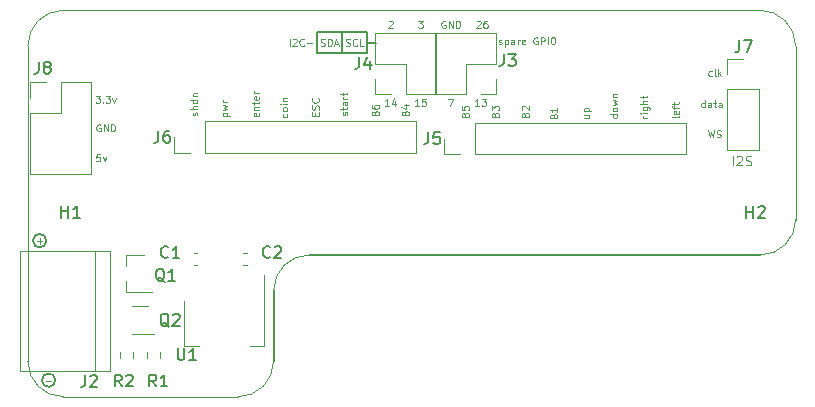
<source format=gbr>
G04 #@! TF.GenerationSoftware,KiCad,Pcbnew,(6.0.1)*
G04 #@! TF.CreationDate,2022-12-09T16:57:18+00:00*
G04 #@! TF.ProjectId,retropie-hat-2L,72657472-6f70-4696-952d-6861742d324c,rev?*
G04 #@! TF.SameCoordinates,Original*
G04 #@! TF.FileFunction,Legend,Top*
G04 #@! TF.FilePolarity,Positive*
%FSLAX46Y46*%
G04 Gerber Fmt 4.6, Leading zero omitted, Abs format (unit mm)*
G04 Created by KiCad (PCBNEW (6.0.1)) date 2022-12-09 16:57:18*
%MOMM*%
%LPD*%
G01*
G04 APERTURE LIST*
%ADD10C,0.150000*%
G04 #@! TA.AperFunction,Profile*
%ADD11C,0.100000*%
G04 #@! TD*
G04 #@! TA.AperFunction,Profile*
%ADD12C,0.150000*%
G04 #@! TD*
%ADD13C,0.090000*%
%ADD14C,0.100000*%
%ADD15C,0.120000*%
G04 APERTURE END LIST*
D10*
X107188000Y-50038000D02*
X107950000Y-50038000D01*
X102997000Y-49149000D02*
X107188000Y-49149000D01*
X107188000Y-49149000D02*
X107188000Y-50927000D01*
X107188000Y-50927000D02*
X102997000Y-50927000D01*
X102997000Y-50927000D02*
X102997000Y-49149000D01*
X80831961Y-78613000D02*
G75*
G03*
X80831961Y-78613000I-567961J0D01*
G01*
X105092500Y-49149000D02*
X105092500Y-50927000D01*
X80069961Y-66802000D02*
G75*
G03*
X80069961Y-66802000I-567961J0D01*
G01*
D11*
X143510000Y-65024000D02*
X143499680Y-50291999D01*
X78499680Y-50291999D02*
X78499680Y-77013320D01*
D12*
X99314000Y-77018556D02*
X99314000Y-71013528D01*
D11*
X96314005Y-80013321D02*
G75*
G03*
X99314000Y-77018556I-2J3000002D01*
G01*
X140499680Y-47291999D02*
X81499680Y-47291999D01*
X81499680Y-80013320D02*
X96314005Y-80013320D01*
X102313995Y-68018763D02*
G75*
G03*
X99314000Y-71013528I2J-3000002D01*
G01*
D12*
X140510005Y-68018764D02*
X102313995Y-68018764D01*
D11*
X143499680Y-50291999D02*
G75*
G03*
X140499680Y-47291999I-3000001J-1D01*
G01*
X81499680Y-47291999D02*
G75*
G03*
X78499680Y-50291999I1J-3000001D01*
G01*
X140510005Y-68018765D02*
G75*
G03*
X143510000Y-65024000I-2J3000002D01*
G01*
X78499680Y-77013320D02*
G75*
G03*
X81499680Y-80013320I3000001J1D01*
G01*
D13*
X118067142Y-56122857D02*
X118095714Y-56037142D01*
X118124285Y-56008571D01*
X118181428Y-55980000D01*
X118267142Y-55980000D01*
X118324285Y-56008571D01*
X118352857Y-56037142D01*
X118381428Y-56094285D01*
X118381428Y-56322857D01*
X117781428Y-56322857D01*
X117781428Y-56122857D01*
X117810000Y-56065714D01*
X117838571Y-56037142D01*
X117895714Y-56008571D01*
X117952857Y-56008571D01*
X118010000Y-56037142D01*
X118038571Y-56065714D01*
X118067142Y-56122857D01*
X118067142Y-56322857D01*
X117781428Y-55780000D02*
X117781428Y-55408571D01*
X118010000Y-55608571D01*
X118010000Y-55522857D01*
X118038571Y-55465714D01*
X118067142Y-55437142D01*
X118124285Y-55408571D01*
X118267142Y-55408571D01*
X118324285Y-55437142D01*
X118352857Y-55465714D01*
X118381428Y-55522857D01*
X118381428Y-55694285D01*
X118352857Y-55751428D01*
X118324285Y-55780000D01*
X116509857Y-48242571D02*
X116538428Y-48214000D01*
X116595571Y-48185428D01*
X116738428Y-48185428D01*
X116795571Y-48214000D01*
X116824142Y-48242571D01*
X116852714Y-48299714D01*
X116852714Y-48356857D01*
X116824142Y-48442571D01*
X116481285Y-48785428D01*
X116852714Y-48785428D01*
X117367000Y-48185428D02*
X117252714Y-48185428D01*
X117195571Y-48214000D01*
X117167000Y-48242571D01*
X117109857Y-48328285D01*
X117081285Y-48442571D01*
X117081285Y-48671142D01*
X117109857Y-48728285D01*
X117138428Y-48756857D01*
X117195571Y-48785428D01*
X117309857Y-48785428D01*
X117367000Y-48756857D01*
X117395571Y-48728285D01*
X117424142Y-48671142D01*
X117424142Y-48528285D01*
X117395571Y-48471142D01*
X117367000Y-48442571D01*
X117309857Y-48414000D01*
X117195571Y-48414000D01*
X117138428Y-48442571D01*
X117109857Y-48471142D01*
X117081285Y-48528285D01*
X109048571Y-48242571D02*
X109077142Y-48214000D01*
X109134285Y-48185428D01*
X109277142Y-48185428D01*
X109334285Y-48214000D01*
X109362857Y-48242571D01*
X109391428Y-48299714D01*
X109391428Y-48356857D01*
X109362857Y-48442571D01*
X109020000Y-48785428D01*
X109391428Y-48785428D01*
X115527142Y-56122857D02*
X115555714Y-56037142D01*
X115584285Y-56008571D01*
X115641428Y-55980000D01*
X115727142Y-55980000D01*
X115784285Y-56008571D01*
X115812857Y-56037142D01*
X115841428Y-56094285D01*
X115841428Y-56322857D01*
X115241428Y-56322857D01*
X115241428Y-56122857D01*
X115270000Y-56065714D01*
X115298571Y-56037142D01*
X115355714Y-56008571D01*
X115412857Y-56008571D01*
X115470000Y-56037142D01*
X115498571Y-56065714D01*
X115527142Y-56122857D01*
X115527142Y-56322857D01*
X115241428Y-55437142D02*
X115241428Y-55722857D01*
X115527142Y-55751428D01*
X115498571Y-55722857D01*
X115470000Y-55665714D01*
X115470000Y-55522857D01*
X115498571Y-55465714D01*
X115527142Y-55437142D01*
X115584285Y-55408571D01*
X115727142Y-55408571D01*
X115784285Y-55437142D01*
X115812857Y-55465714D01*
X115841428Y-55522857D01*
X115841428Y-55665714D01*
X115812857Y-55722857D01*
X115784285Y-55751428D01*
X113842857Y-48214000D02*
X113785714Y-48185428D01*
X113700000Y-48185428D01*
X113614285Y-48214000D01*
X113557142Y-48271142D01*
X113528571Y-48328285D01*
X113500000Y-48442571D01*
X113500000Y-48528285D01*
X113528571Y-48642571D01*
X113557142Y-48699714D01*
X113614285Y-48756857D01*
X113700000Y-48785428D01*
X113757142Y-48785428D01*
X113842857Y-48756857D01*
X113871428Y-48728285D01*
X113871428Y-48528285D01*
X113757142Y-48528285D01*
X114128571Y-48785428D02*
X114128571Y-48185428D01*
X114471428Y-48785428D01*
X114471428Y-48185428D01*
X114757142Y-48785428D02*
X114757142Y-48185428D01*
X114900000Y-48185428D01*
X114985714Y-48214000D01*
X115042857Y-48271142D01*
X115071428Y-48328285D01*
X115100000Y-48442571D01*
X115100000Y-48528285D01*
X115071428Y-48642571D01*
X115042857Y-48699714D01*
X114985714Y-48756857D01*
X114900000Y-48785428D01*
X114757142Y-48785428D01*
X135812285Y-55516428D02*
X135812285Y-54916428D01*
X135812285Y-55487857D02*
X135755142Y-55516428D01*
X135640857Y-55516428D01*
X135583714Y-55487857D01*
X135555142Y-55459285D01*
X135526571Y-55402142D01*
X135526571Y-55230714D01*
X135555142Y-55173571D01*
X135583714Y-55145000D01*
X135640857Y-55116428D01*
X135755142Y-55116428D01*
X135812285Y-55145000D01*
X136355142Y-55516428D02*
X136355142Y-55202142D01*
X136326571Y-55145000D01*
X136269428Y-55116428D01*
X136155142Y-55116428D01*
X136098000Y-55145000D01*
X136355142Y-55487857D02*
X136298000Y-55516428D01*
X136155142Y-55516428D01*
X136098000Y-55487857D01*
X136069428Y-55430714D01*
X136069428Y-55373571D01*
X136098000Y-55316428D01*
X136155142Y-55287857D01*
X136298000Y-55287857D01*
X136355142Y-55259285D01*
X136555142Y-55116428D02*
X136783714Y-55116428D01*
X136640857Y-54916428D02*
X136640857Y-55430714D01*
X136669428Y-55487857D01*
X136726571Y-55516428D01*
X136783714Y-55516428D01*
X137240857Y-55516428D02*
X137240857Y-55202142D01*
X137212285Y-55145000D01*
X137155142Y-55116428D01*
X137040857Y-55116428D01*
X136983714Y-55145000D01*
X137240857Y-55487857D02*
X137183714Y-55516428D01*
X137040857Y-55516428D01*
X136983714Y-55487857D01*
X136955142Y-55430714D01*
X136955142Y-55373571D01*
X136983714Y-55316428D01*
X137040857Y-55287857D01*
X137183714Y-55287857D01*
X137240857Y-55259285D01*
X107907142Y-55995857D02*
X107935714Y-55910142D01*
X107964285Y-55881571D01*
X108021428Y-55853000D01*
X108107142Y-55853000D01*
X108164285Y-55881571D01*
X108192857Y-55910142D01*
X108221428Y-55967285D01*
X108221428Y-56195857D01*
X107621428Y-56195857D01*
X107621428Y-55995857D01*
X107650000Y-55938714D01*
X107678571Y-55910142D01*
X107735714Y-55881571D01*
X107792857Y-55881571D01*
X107850000Y-55910142D01*
X107878571Y-55938714D01*
X107907142Y-55995857D01*
X107907142Y-56195857D01*
X107621428Y-55338714D02*
X107621428Y-55453000D01*
X107650000Y-55510142D01*
X107678571Y-55538714D01*
X107764285Y-55595857D01*
X107878571Y-55624428D01*
X108107142Y-55624428D01*
X108164285Y-55595857D01*
X108192857Y-55567285D01*
X108221428Y-55510142D01*
X108221428Y-55395857D01*
X108192857Y-55338714D01*
X108164285Y-55310142D01*
X108107142Y-55281571D01*
X107964285Y-55281571D01*
X107907142Y-55310142D01*
X107878571Y-55338714D01*
X107850000Y-55395857D01*
X107850000Y-55510142D01*
X107878571Y-55567285D01*
X107907142Y-55595857D01*
X107964285Y-55624428D01*
X136394857Y-52820857D02*
X136337714Y-52849428D01*
X136223428Y-52849428D01*
X136166285Y-52820857D01*
X136137714Y-52792285D01*
X136109142Y-52735142D01*
X136109142Y-52563714D01*
X136137714Y-52506571D01*
X136166285Y-52478000D01*
X136223428Y-52449428D01*
X136337714Y-52449428D01*
X136394857Y-52478000D01*
X136737714Y-52849428D02*
X136680571Y-52820857D01*
X136652000Y-52763714D01*
X136652000Y-52249428D01*
X136966285Y-52849428D02*
X136966285Y-52249428D01*
X137023428Y-52620857D02*
X137194857Y-52849428D01*
X137194857Y-52449428D02*
X136966285Y-52678000D01*
X125601428Y-56149857D02*
X126001428Y-56149857D01*
X125601428Y-56407000D02*
X125915714Y-56407000D01*
X125972857Y-56378428D01*
X126001428Y-56321285D01*
X126001428Y-56235571D01*
X125972857Y-56178428D01*
X125944285Y-56149857D01*
X125601428Y-55864142D02*
X126201428Y-55864142D01*
X125630000Y-55864142D02*
X125601428Y-55807000D01*
X125601428Y-55692714D01*
X125630000Y-55635571D01*
X125658571Y-55607000D01*
X125715714Y-55578428D01*
X125887142Y-55578428D01*
X125944285Y-55607000D01*
X125972857Y-55635571D01*
X126001428Y-55692714D01*
X126001428Y-55807000D01*
X125972857Y-55864142D01*
X111560000Y-48185428D02*
X111931428Y-48185428D01*
X111731428Y-48414000D01*
X111817142Y-48414000D01*
X111874285Y-48442571D01*
X111902857Y-48471142D01*
X111931428Y-48528285D01*
X111931428Y-48671142D01*
X111902857Y-48728285D01*
X111874285Y-48756857D01*
X111817142Y-48785428D01*
X111645714Y-48785428D01*
X111588571Y-48756857D01*
X111560000Y-48728285D01*
X92825857Y-56187857D02*
X92854428Y-56130714D01*
X92854428Y-56016428D01*
X92825857Y-55959285D01*
X92768714Y-55930714D01*
X92740142Y-55930714D01*
X92683000Y-55959285D01*
X92654428Y-56016428D01*
X92654428Y-56102142D01*
X92625857Y-56159285D01*
X92568714Y-56187857D01*
X92540142Y-56187857D01*
X92483000Y-56159285D01*
X92454428Y-56102142D01*
X92454428Y-56016428D01*
X92483000Y-55959285D01*
X92854428Y-55673571D02*
X92254428Y-55673571D01*
X92854428Y-55416428D02*
X92540142Y-55416428D01*
X92483000Y-55445000D01*
X92454428Y-55502142D01*
X92454428Y-55587857D01*
X92483000Y-55645000D01*
X92511571Y-55673571D01*
X92854428Y-54873571D02*
X92254428Y-54873571D01*
X92825857Y-54873571D02*
X92854428Y-54930714D01*
X92854428Y-55045000D01*
X92825857Y-55102142D01*
X92797285Y-55130714D01*
X92740142Y-55159285D01*
X92568714Y-55159285D01*
X92511571Y-55130714D01*
X92483000Y-55102142D01*
X92454428Y-55045000D01*
X92454428Y-54930714D01*
X92483000Y-54873571D01*
X92454428Y-54587857D02*
X92854428Y-54587857D01*
X92511571Y-54587857D02*
X92483000Y-54559285D01*
X92454428Y-54502142D01*
X92454428Y-54416428D01*
X92483000Y-54359285D01*
X92540142Y-54330714D01*
X92854428Y-54330714D01*
X136109142Y-57456428D02*
X136252000Y-58056428D01*
X136366285Y-57627857D01*
X136480571Y-58056428D01*
X136623428Y-57456428D01*
X136823428Y-58027857D02*
X136909142Y-58056428D01*
X137052000Y-58056428D01*
X137109142Y-58027857D01*
X137137714Y-57999285D01*
X137166285Y-57942142D01*
X137166285Y-57885000D01*
X137137714Y-57827857D01*
X137109142Y-57799285D01*
X137052000Y-57770714D01*
X136937714Y-57742142D01*
X136880571Y-57713571D01*
X136852000Y-57685000D01*
X136823428Y-57627857D01*
X136823428Y-57570714D01*
X136852000Y-57513571D01*
X136880571Y-57485000D01*
X136937714Y-57456428D01*
X137080571Y-57456428D01*
X137166285Y-57485000D01*
X120607142Y-56122857D02*
X120635714Y-56037142D01*
X120664285Y-56008571D01*
X120721428Y-55980000D01*
X120807142Y-55980000D01*
X120864285Y-56008571D01*
X120892857Y-56037142D01*
X120921428Y-56094285D01*
X120921428Y-56322857D01*
X120321428Y-56322857D01*
X120321428Y-56122857D01*
X120350000Y-56065714D01*
X120378571Y-56037142D01*
X120435714Y-56008571D01*
X120492857Y-56008571D01*
X120550000Y-56037142D01*
X120578571Y-56065714D01*
X120607142Y-56122857D01*
X120607142Y-56322857D01*
X120378571Y-55751428D02*
X120350000Y-55722857D01*
X120321428Y-55665714D01*
X120321428Y-55522857D01*
X120350000Y-55465714D01*
X120378571Y-55437142D01*
X120435714Y-55408571D01*
X120492857Y-55408571D01*
X120578571Y-55437142D01*
X120921428Y-55780000D01*
X120921428Y-55408571D01*
X102827142Y-56213285D02*
X102827142Y-56013285D01*
X103141428Y-55927571D02*
X103141428Y-56213285D01*
X102541428Y-56213285D01*
X102541428Y-55927571D01*
X103112857Y-55699000D02*
X103141428Y-55613285D01*
X103141428Y-55470428D01*
X103112857Y-55413285D01*
X103084285Y-55384714D01*
X103027142Y-55356142D01*
X102970000Y-55356142D01*
X102912857Y-55384714D01*
X102884285Y-55413285D01*
X102855714Y-55470428D01*
X102827142Y-55584714D01*
X102798571Y-55641857D01*
X102770000Y-55670428D01*
X102712857Y-55699000D01*
X102655714Y-55699000D01*
X102598571Y-55670428D01*
X102570000Y-55641857D01*
X102541428Y-55584714D01*
X102541428Y-55441857D01*
X102570000Y-55356142D01*
X103084285Y-54756142D02*
X103112857Y-54784714D01*
X103141428Y-54870428D01*
X103141428Y-54927571D01*
X103112857Y-55013285D01*
X103055714Y-55070428D01*
X102998571Y-55099000D01*
X102884285Y-55127571D01*
X102798571Y-55127571D01*
X102684285Y-55099000D01*
X102627142Y-55070428D01*
X102570000Y-55013285D01*
X102541428Y-54927571D01*
X102541428Y-54870428D01*
X102570000Y-54784714D01*
X102598571Y-54756142D01*
X84232857Y-54535428D02*
X84604285Y-54535428D01*
X84404285Y-54764000D01*
X84490000Y-54764000D01*
X84547142Y-54792571D01*
X84575714Y-54821142D01*
X84604285Y-54878285D01*
X84604285Y-55021142D01*
X84575714Y-55078285D01*
X84547142Y-55106857D01*
X84490000Y-55135428D01*
X84318571Y-55135428D01*
X84261428Y-55106857D01*
X84232857Y-55078285D01*
X84861428Y-55078285D02*
X84890000Y-55106857D01*
X84861428Y-55135428D01*
X84832857Y-55106857D01*
X84861428Y-55078285D01*
X84861428Y-55135428D01*
X85090000Y-54535428D02*
X85461428Y-54535428D01*
X85261428Y-54764000D01*
X85347142Y-54764000D01*
X85404285Y-54792571D01*
X85432857Y-54821142D01*
X85461428Y-54878285D01*
X85461428Y-55021142D01*
X85432857Y-55078285D01*
X85404285Y-55106857D01*
X85347142Y-55135428D01*
X85175714Y-55135428D01*
X85118571Y-55106857D01*
X85090000Y-55078285D01*
X85661428Y-54735428D02*
X85804285Y-55135428D01*
X85947142Y-54735428D01*
X100673285Y-50309428D02*
X100673285Y-49709428D01*
X100930428Y-49766571D02*
X100959000Y-49738000D01*
X101016142Y-49709428D01*
X101159000Y-49709428D01*
X101216142Y-49738000D01*
X101244714Y-49766571D01*
X101273285Y-49823714D01*
X101273285Y-49880857D01*
X101244714Y-49966571D01*
X100901857Y-50309428D01*
X101273285Y-50309428D01*
X101873285Y-50252285D02*
X101844714Y-50280857D01*
X101759000Y-50309428D01*
X101701857Y-50309428D01*
X101616142Y-50280857D01*
X101559000Y-50223714D01*
X101530428Y-50166571D01*
X101501857Y-50052285D01*
X101501857Y-49966571D01*
X101530428Y-49852285D01*
X101559000Y-49795142D01*
X101616142Y-49738000D01*
X101701857Y-49709428D01*
X101759000Y-49709428D01*
X101844714Y-49738000D01*
X101873285Y-49766571D01*
X102130428Y-50080857D02*
X102587571Y-50080857D01*
X103301857Y-50280857D02*
X103387571Y-50309428D01*
X103530428Y-50309428D01*
X103587571Y-50280857D01*
X103616142Y-50252285D01*
X103644714Y-50195142D01*
X103644714Y-50138000D01*
X103616142Y-50080857D01*
X103587571Y-50052285D01*
X103530428Y-50023714D01*
X103416142Y-49995142D01*
X103359000Y-49966571D01*
X103330428Y-49938000D01*
X103301857Y-49880857D01*
X103301857Y-49823714D01*
X103330428Y-49766571D01*
X103359000Y-49738000D01*
X103416142Y-49709428D01*
X103559000Y-49709428D01*
X103644714Y-49738000D01*
X103901857Y-50309428D02*
X103901857Y-49709428D01*
X104044714Y-49709428D01*
X104130428Y-49738000D01*
X104187571Y-49795142D01*
X104216142Y-49852285D01*
X104244714Y-49966571D01*
X104244714Y-50052285D01*
X104216142Y-50166571D01*
X104187571Y-50223714D01*
X104130428Y-50280857D01*
X104044714Y-50309428D01*
X103901857Y-50309428D01*
X104473285Y-50138000D02*
X104759000Y-50138000D01*
X104416142Y-50309428D02*
X104616142Y-49709428D01*
X104816142Y-50309428D01*
X105444714Y-50280857D02*
X105530428Y-50309428D01*
X105673285Y-50309428D01*
X105730428Y-50280857D01*
X105759000Y-50252285D01*
X105787571Y-50195142D01*
X105787571Y-50138000D01*
X105759000Y-50080857D01*
X105730428Y-50052285D01*
X105673285Y-50023714D01*
X105559000Y-49995142D01*
X105501857Y-49966571D01*
X105473285Y-49938000D01*
X105444714Y-49880857D01*
X105444714Y-49823714D01*
X105473285Y-49766571D01*
X105501857Y-49738000D01*
X105559000Y-49709428D01*
X105701857Y-49709428D01*
X105787571Y-49738000D01*
X106387571Y-50252285D02*
X106359000Y-50280857D01*
X106273285Y-50309428D01*
X106216142Y-50309428D01*
X106130428Y-50280857D01*
X106073285Y-50223714D01*
X106044714Y-50166571D01*
X106016142Y-50052285D01*
X106016142Y-49966571D01*
X106044714Y-49852285D01*
X106073285Y-49795142D01*
X106130428Y-49738000D01*
X106216142Y-49709428D01*
X106273285Y-49709428D01*
X106359000Y-49738000D01*
X106387571Y-49766571D01*
X106930428Y-50309428D02*
X106644714Y-50309428D01*
X106644714Y-49709428D01*
X111645714Y-55389428D02*
X111302857Y-55389428D01*
X111474285Y-55389428D02*
X111474285Y-54789428D01*
X111417142Y-54875142D01*
X111360000Y-54932285D01*
X111302857Y-54960857D01*
X112188571Y-54789428D02*
X111902857Y-54789428D01*
X111874285Y-55075142D01*
X111902857Y-55046571D01*
X111960000Y-55018000D01*
X112102857Y-55018000D01*
X112160000Y-55046571D01*
X112188571Y-55075142D01*
X112217142Y-55132285D01*
X112217142Y-55275142D01*
X112188571Y-55332285D01*
X112160000Y-55360857D01*
X112102857Y-55389428D01*
X111960000Y-55389428D01*
X111902857Y-55360857D01*
X111874285Y-55332285D01*
X79273428Y-66844857D02*
X79730571Y-66844857D01*
X79502000Y-67073428D02*
X79502000Y-66616285D01*
X118377000Y-50153857D02*
X118434142Y-50182428D01*
X118548428Y-50182428D01*
X118605571Y-50153857D01*
X118634142Y-50096714D01*
X118634142Y-50068142D01*
X118605571Y-50011000D01*
X118548428Y-49982428D01*
X118462714Y-49982428D01*
X118405571Y-49953857D01*
X118377000Y-49896714D01*
X118377000Y-49868142D01*
X118405571Y-49811000D01*
X118462714Y-49782428D01*
X118548428Y-49782428D01*
X118605571Y-49811000D01*
X118891285Y-49782428D02*
X118891285Y-50382428D01*
X118891285Y-49811000D02*
X118948428Y-49782428D01*
X119062714Y-49782428D01*
X119119857Y-49811000D01*
X119148428Y-49839571D01*
X119177000Y-49896714D01*
X119177000Y-50068142D01*
X119148428Y-50125285D01*
X119119857Y-50153857D01*
X119062714Y-50182428D01*
X118948428Y-50182428D01*
X118891285Y-50153857D01*
X119691285Y-50182428D02*
X119691285Y-49868142D01*
X119662714Y-49811000D01*
X119605571Y-49782428D01*
X119491285Y-49782428D01*
X119434142Y-49811000D01*
X119691285Y-50153857D02*
X119634142Y-50182428D01*
X119491285Y-50182428D01*
X119434142Y-50153857D01*
X119405571Y-50096714D01*
X119405571Y-50039571D01*
X119434142Y-49982428D01*
X119491285Y-49953857D01*
X119634142Y-49953857D01*
X119691285Y-49925285D01*
X119977000Y-50182428D02*
X119977000Y-49782428D01*
X119977000Y-49896714D02*
X120005571Y-49839571D01*
X120034142Y-49811000D01*
X120091285Y-49782428D01*
X120148428Y-49782428D01*
X120577000Y-50153857D02*
X120519857Y-50182428D01*
X120405571Y-50182428D01*
X120348428Y-50153857D01*
X120319857Y-50096714D01*
X120319857Y-49868142D01*
X120348428Y-49811000D01*
X120405571Y-49782428D01*
X120519857Y-49782428D01*
X120577000Y-49811000D01*
X120605571Y-49868142D01*
X120605571Y-49925285D01*
X120319857Y-49982428D01*
X121634142Y-49611000D02*
X121577000Y-49582428D01*
X121491285Y-49582428D01*
X121405571Y-49611000D01*
X121348428Y-49668142D01*
X121319857Y-49725285D01*
X121291285Y-49839571D01*
X121291285Y-49925285D01*
X121319857Y-50039571D01*
X121348428Y-50096714D01*
X121405571Y-50153857D01*
X121491285Y-50182428D01*
X121548428Y-50182428D01*
X121634142Y-50153857D01*
X121662714Y-50125285D01*
X121662714Y-49925285D01*
X121548428Y-49925285D01*
X121919857Y-50182428D02*
X121919857Y-49582428D01*
X122148428Y-49582428D01*
X122205571Y-49611000D01*
X122234142Y-49639571D01*
X122262714Y-49696714D01*
X122262714Y-49782428D01*
X122234142Y-49839571D01*
X122205571Y-49868142D01*
X122148428Y-49896714D01*
X121919857Y-49896714D01*
X122519857Y-50182428D02*
X122519857Y-49582428D01*
X122919857Y-49582428D02*
X123034142Y-49582428D01*
X123091285Y-49611000D01*
X123148428Y-49668142D01*
X123177000Y-49782428D01*
X123177000Y-49982428D01*
X123148428Y-50096714D01*
X123091285Y-50153857D01*
X123034142Y-50182428D01*
X122919857Y-50182428D01*
X122862714Y-50153857D01*
X122805571Y-50096714D01*
X122777000Y-49982428D01*
X122777000Y-49782428D01*
X122805571Y-49668142D01*
X122862714Y-49611000D01*
X122919857Y-49582428D01*
X84623285Y-59488428D02*
X84337571Y-59488428D01*
X84309000Y-59774142D01*
X84337571Y-59745571D01*
X84394714Y-59717000D01*
X84537571Y-59717000D01*
X84594714Y-59745571D01*
X84623285Y-59774142D01*
X84651857Y-59831285D01*
X84651857Y-59974142D01*
X84623285Y-60031285D01*
X84594714Y-60059857D01*
X84537571Y-60088428D01*
X84394714Y-60088428D01*
X84337571Y-60059857D01*
X84309000Y-60031285D01*
X84851857Y-59688428D02*
X84994714Y-60088428D01*
X85137571Y-59688428D01*
X110447142Y-55995857D02*
X110475714Y-55910142D01*
X110504285Y-55881571D01*
X110561428Y-55853000D01*
X110647142Y-55853000D01*
X110704285Y-55881571D01*
X110732857Y-55910142D01*
X110761428Y-55967285D01*
X110761428Y-56195857D01*
X110161428Y-56195857D01*
X110161428Y-55995857D01*
X110190000Y-55938714D01*
X110218571Y-55910142D01*
X110275714Y-55881571D01*
X110332857Y-55881571D01*
X110390000Y-55910142D01*
X110418571Y-55938714D01*
X110447142Y-55995857D01*
X110447142Y-56195857D01*
X110361428Y-55338714D02*
X110761428Y-55338714D01*
X110132857Y-55481571D02*
X110561428Y-55624428D01*
X110561428Y-55253000D01*
X84632857Y-56977000D02*
X84575714Y-56948428D01*
X84490000Y-56948428D01*
X84404285Y-56977000D01*
X84347142Y-57034142D01*
X84318571Y-57091285D01*
X84290000Y-57205571D01*
X84290000Y-57291285D01*
X84318571Y-57405571D01*
X84347142Y-57462714D01*
X84404285Y-57519857D01*
X84490000Y-57548428D01*
X84547142Y-57548428D01*
X84632857Y-57519857D01*
X84661428Y-57491285D01*
X84661428Y-57291285D01*
X84547142Y-57291285D01*
X84918571Y-57548428D02*
X84918571Y-56948428D01*
X85261428Y-57548428D01*
X85261428Y-56948428D01*
X85547142Y-57548428D02*
X85547142Y-56948428D01*
X85690000Y-56948428D01*
X85775714Y-56977000D01*
X85832857Y-57034142D01*
X85861428Y-57091285D01*
X85890000Y-57205571D01*
X85890000Y-57291285D01*
X85861428Y-57405571D01*
X85832857Y-57462714D01*
X85775714Y-57519857D01*
X85690000Y-57548428D01*
X85547142Y-57548428D01*
X80035428Y-78655857D02*
X80492571Y-78655857D01*
X123020142Y-56249857D02*
X123048714Y-56164142D01*
X123077285Y-56135571D01*
X123134428Y-56107000D01*
X123220142Y-56107000D01*
X123277285Y-56135571D01*
X123305857Y-56164142D01*
X123334428Y-56221285D01*
X123334428Y-56449857D01*
X122734428Y-56449857D01*
X122734428Y-56249857D01*
X122763000Y-56192714D01*
X122791571Y-56164142D01*
X122848714Y-56135571D01*
X122905857Y-56135571D01*
X122963000Y-56164142D01*
X122991571Y-56192714D01*
X123020142Y-56249857D01*
X123020142Y-56449857D01*
X123334428Y-55535571D02*
X123334428Y-55878428D01*
X123334428Y-55707000D02*
X122734428Y-55707000D01*
X122820142Y-55764142D01*
X122877285Y-55821285D01*
X122905857Y-55878428D01*
X114100000Y-54789428D02*
X114500000Y-54789428D01*
X114242857Y-55389428D01*
D14*
X138176095Y-60432904D02*
X138176095Y-59632904D01*
X138518952Y-59709095D02*
X138557047Y-59671000D01*
X138633238Y-59632904D01*
X138823714Y-59632904D01*
X138899904Y-59671000D01*
X138938000Y-59709095D01*
X138976095Y-59785285D01*
X138976095Y-59861476D01*
X138938000Y-59975761D01*
X138480857Y-60432904D01*
X138976095Y-60432904D01*
X139280857Y-60394809D02*
X139395142Y-60432904D01*
X139585619Y-60432904D01*
X139661809Y-60394809D01*
X139699904Y-60356714D01*
X139738000Y-60280523D01*
X139738000Y-60204333D01*
X139699904Y-60128142D01*
X139661809Y-60090047D01*
X139585619Y-60051952D01*
X139433238Y-60013857D01*
X139357047Y-59975761D01*
X139318952Y-59937666D01*
X139280857Y-59861476D01*
X139280857Y-59785285D01*
X139318952Y-59709095D01*
X139357047Y-59671000D01*
X139433238Y-59632904D01*
X139623714Y-59632904D01*
X139738000Y-59671000D01*
D13*
X98032857Y-56016428D02*
X98061428Y-56073571D01*
X98061428Y-56187857D01*
X98032857Y-56245000D01*
X97975714Y-56273571D01*
X97747142Y-56273571D01*
X97690000Y-56245000D01*
X97661428Y-56187857D01*
X97661428Y-56073571D01*
X97690000Y-56016428D01*
X97747142Y-55987857D01*
X97804285Y-55987857D01*
X97861428Y-56273571D01*
X97661428Y-55730714D02*
X98061428Y-55730714D01*
X97718571Y-55730714D02*
X97690000Y-55702142D01*
X97661428Y-55645000D01*
X97661428Y-55559285D01*
X97690000Y-55502142D01*
X97747142Y-55473571D01*
X98061428Y-55473571D01*
X97661428Y-55273571D02*
X97661428Y-55045000D01*
X97461428Y-55187857D02*
X97975714Y-55187857D01*
X98032857Y-55159285D01*
X98061428Y-55102142D01*
X98061428Y-55045000D01*
X98032857Y-54616428D02*
X98061428Y-54673571D01*
X98061428Y-54787857D01*
X98032857Y-54845000D01*
X97975714Y-54873571D01*
X97747142Y-54873571D01*
X97690000Y-54845000D01*
X97661428Y-54787857D01*
X97661428Y-54673571D01*
X97690000Y-54616428D01*
X97747142Y-54587857D01*
X97804285Y-54587857D01*
X97861428Y-54873571D01*
X98061428Y-54330714D02*
X97661428Y-54330714D01*
X97775714Y-54330714D02*
X97718571Y-54302142D01*
X97690000Y-54273571D01*
X97661428Y-54216428D01*
X97661428Y-54159285D01*
X105525857Y-56173571D02*
X105554428Y-56116428D01*
X105554428Y-56002142D01*
X105525857Y-55945000D01*
X105468714Y-55916428D01*
X105440142Y-55916428D01*
X105383000Y-55945000D01*
X105354428Y-56002142D01*
X105354428Y-56087857D01*
X105325857Y-56145000D01*
X105268714Y-56173571D01*
X105240142Y-56173571D01*
X105183000Y-56145000D01*
X105154428Y-56087857D01*
X105154428Y-56002142D01*
X105183000Y-55945000D01*
X105154428Y-55745000D02*
X105154428Y-55516428D01*
X104954428Y-55659285D02*
X105468714Y-55659285D01*
X105525857Y-55630714D01*
X105554428Y-55573571D01*
X105554428Y-55516428D01*
X105554428Y-55059285D02*
X105240142Y-55059285D01*
X105183000Y-55087857D01*
X105154428Y-55145000D01*
X105154428Y-55259285D01*
X105183000Y-55316428D01*
X105525857Y-55059285D02*
X105554428Y-55116428D01*
X105554428Y-55259285D01*
X105525857Y-55316428D01*
X105468714Y-55345000D01*
X105411571Y-55345000D01*
X105354428Y-55316428D01*
X105325857Y-55259285D01*
X105325857Y-55116428D01*
X105297285Y-55059285D01*
X105554428Y-54773571D02*
X105154428Y-54773571D01*
X105268714Y-54773571D02*
X105211571Y-54745000D01*
X105183000Y-54716428D01*
X105154428Y-54659285D01*
X105154428Y-54602142D01*
X105154428Y-54487857D02*
X105154428Y-54259285D01*
X104954428Y-54402142D02*
X105468714Y-54402142D01*
X105525857Y-54373571D01*
X105554428Y-54316428D01*
X105554428Y-54259285D01*
X128414428Y-56100571D02*
X127814428Y-56100571D01*
X128385857Y-56100571D02*
X128414428Y-56157714D01*
X128414428Y-56272000D01*
X128385857Y-56329142D01*
X128357285Y-56357714D01*
X128300142Y-56386285D01*
X128128714Y-56386285D01*
X128071571Y-56357714D01*
X128043000Y-56329142D01*
X128014428Y-56272000D01*
X128014428Y-56157714D01*
X128043000Y-56100571D01*
X128414428Y-55729142D02*
X128385857Y-55786285D01*
X128357285Y-55814857D01*
X128300142Y-55843428D01*
X128128714Y-55843428D01*
X128071571Y-55814857D01*
X128043000Y-55786285D01*
X128014428Y-55729142D01*
X128014428Y-55643428D01*
X128043000Y-55586285D01*
X128071571Y-55557714D01*
X128128714Y-55529142D01*
X128300142Y-55529142D01*
X128357285Y-55557714D01*
X128385857Y-55586285D01*
X128414428Y-55643428D01*
X128414428Y-55729142D01*
X128014428Y-55329142D02*
X128414428Y-55214857D01*
X128128714Y-55100571D01*
X128414428Y-54986285D01*
X128014428Y-54872000D01*
X128014428Y-54643428D02*
X128414428Y-54643428D01*
X128071571Y-54643428D02*
X128043000Y-54614857D01*
X128014428Y-54557714D01*
X128014428Y-54472000D01*
X128043000Y-54414857D01*
X128100142Y-54386285D01*
X128414428Y-54386285D01*
X109105714Y-55389428D02*
X108762857Y-55389428D01*
X108934285Y-55389428D02*
X108934285Y-54789428D01*
X108877142Y-54875142D01*
X108820000Y-54932285D01*
X108762857Y-54960857D01*
X109620000Y-54989428D02*
X109620000Y-55389428D01*
X109477142Y-54760857D02*
X109334285Y-55189428D01*
X109705714Y-55189428D01*
X100445857Y-56041857D02*
X100474428Y-56099000D01*
X100474428Y-56213285D01*
X100445857Y-56270428D01*
X100417285Y-56299000D01*
X100360142Y-56327571D01*
X100188714Y-56327571D01*
X100131571Y-56299000D01*
X100103000Y-56270428D01*
X100074428Y-56213285D01*
X100074428Y-56099000D01*
X100103000Y-56041857D01*
X100474428Y-55699000D02*
X100445857Y-55756142D01*
X100417285Y-55784714D01*
X100360142Y-55813285D01*
X100188714Y-55813285D01*
X100131571Y-55784714D01*
X100103000Y-55756142D01*
X100074428Y-55699000D01*
X100074428Y-55613285D01*
X100103000Y-55556142D01*
X100131571Y-55527571D01*
X100188714Y-55499000D01*
X100360142Y-55499000D01*
X100417285Y-55527571D01*
X100445857Y-55556142D01*
X100474428Y-55613285D01*
X100474428Y-55699000D01*
X100474428Y-55241857D02*
X100074428Y-55241857D01*
X99874428Y-55241857D02*
X99903000Y-55270428D01*
X99931571Y-55241857D01*
X99903000Y-55213285D01*
X99874428Y-55241857D01*
X99931571Y-55241857D01*
X100074428Y-54956142D02*
X100474428Y-54956142D01*
X100131571Y-54956142D02*
X100103000Y-54927571D01*
X100074428Y-54870428D01*
X100074428Y-54784714D01*
X100103000Y-54727571D01*
X100160142Y-54699000D01*
X100474428Y-54699000D01*
X94994428Y-56254571D02*
X95594428Y-56254571D01*
X95023000Y-56254571D02*
X94994428Y-56197428D01*
X94994428Y-56083142D01*
X95023000Y-56026000D01*
X95051571Y-55997428D01*
X95108714Y-55968857D01*
X95280142Y-55968857D01*
X95337285Y-55997428D01*
X95365857Y-56026000D01*
X95394428Y-56083142D01*
X95394428Y-56197428D01*
X95365857Y-56254571D01*
X94994428Y-55768857D02*
X95394428Y-55654571D01*
X95108714Y-55540285D01*
X95394428Y-55426000D01*
X94994428Y-55311714D01*
X95394428Y-55083142D02*
X94994428Y-55083142D01*
X95108714Y-55083142D02*
X95051571Y-55054571D01*
X95023000Y-55026000D01*
X94994428Y-54968857D01*
X94994428Y-54911714D01*
X116725714Y-55389428D02*
X116382857Y-55389428D01*
X116554285Y-55389428D02*
X116554285Y-54789428D01*
X116497142Y-54875142D01*
X116440000Y-54932285D01*
X116382857Y-54960857D01*
X116925714Y-54789428D02*
X117297142Y-54789428D01*
X117097142Y-55018000D01*
X117182857Y-55018000D01*
X117240000Y-55046571D01*
X117268571Y-55075142D01*
X117297142Y-55132285D01*
X117297142Y-55275142D01*
X117268571Y-55332285D01*
X117240000Y-55360857D01*
X117182857Y-55389428D01*
X117011428Y-55389428D01*
X116954285Y-55360857D01*
X116925714Y-55332285D01*
X133621428Y-56281571D02*
X133592857Y-56338714D01*
X133535714Y-56367285D01*
X133021428Y-56367285D01*
X133592857Y-55824428D02*
X133621428Y-55881571D01*
X133621428Y-55995857D01*
X133592857Y-56053000D01*
X133535714Y-56081571D01*
X133307142Y-56081571D01*
X133250000Y-56053000D01*
X133221428Y-55995857D01*
X133221428Y-55881571D01*
X133250000Y-55824428D01*
X133307142Y-55795857D01*
X133364285Y-55795857D01*
X133421428Y-56081571D01*
X133221428Y-55624428D02*
X133221428Y-55395857D01*
X133621428Y-55538714D02*
X133107142Y-55538714D01*
X133050000Y-55510142D01*
X133021428Y-55453000D01*
X133021428Y-55395857D01*
X133221428Y-55281571D02*
X133221428Y-55053000D01*
X133021428Y-55195857D02*
X133535714Y-55195857D01*
X133592857Y-55167285D01*
X133621428Y-55110142D01*
X133621428Y-55053000D01*
X130954428Y-56399000D02*
X130554428Y-56399000D01*
X130668714Y-56399000D02*
X130611571Y-56370428D01*
X130583000Y-56341857D01*
X130554428Y-56284714D01*
X130554428Y-56227571D01*
X130954428Y-56027571D02*
X130554428Y-56027571D01*
X130354428Y-56027571D02*
X130383000Y-56056142D01*
X130411571Y-56027571D01*
X130383000Y-55999000D01*
X130354428Y-56027571D01*
X130411571Y-56027571D01*
X130554428Y-55484714D02*
X131040142Y-55484714D01*
X131097285Y-55513285D01*
X131125857Y-55541857D01*
X131154428Y-55599000D01*
X131154428Y-55684714D01*
X131125857Y-55741857D01*
X130925857Y-55484714D02*
X130954428Y-55541857D01*
X130954428Y-55656142D01*
X130925857Y-55713285D01*
X130897285Y-55741857D01*
X130840142Y-55770428D01*
X130668714Y-55770428D01*
X130611571Y-55741857D01*
X130583000Y-55713285D01*
X130554428Y-55656142D01*
X130554428Y-55541857D01*
X130583000Y-55484714D01*
X130954428Y-55199000D02*
X130354428Y-55199000D01*
X130954428Y-54941857D02*
X130640142Y-54941857D01*
X130583000Y-54970428D01*
X130554428Y-55027571D01*
X130554428Y-55113285D01*
X130583000Y-55170428D01*
X130611571Y-55199000D01*
X130554428Y-54741857D02*
X130554428Y-54513285D01*
X130354428Y-54656142D02*
X130868714Y-54656142D01*
X130925857Y-54627571D01*
X130954428Y-54570428D01*
X130954428Y-54513285D01*
D10*
X81338095Y-64852380D02*
X81338095Y-63852380D01*
X81338095Y-64328571D02*
X81909523Y-64328571D01*
X81909523Y-64852380D02*
X81909523Y-63852380D01*
X82909523Y-64852380D02*
X82338095Y-64852380D01*
X82623809Y-64852380D02*
X82623809Y-63852380D01*
X82528571Y-63995238D01*
X82433333Y-64090476D01*
X82338095Y-64138095D01*
X139338095Y-64872380D02*
X139338095Y-63872380D01*
X139338095Y-64348571D02*
X139909523Y-64348571D01*
X139909523Y-64872380D02*
X139909523Y-63872380D01*
X140338095Y-63967619D02*
X140385714Y-63920000D01*
X140480952Y-63872380D01*
X140719047Y-63872380D01*
X140814285Y-63920000D01*
X140861904Y-63967619D01*
X140909523Y-64062857D01*
X140909523Y-64158095D01*
X140861904Y-64300952D01*
X140290476Y-64872380D01*
X140909523Y-64872380D01*
X89368333Y-79140880D02*
X89035000Y-78664690D01*
X88796904Y-79140880D02*
X88796904Y-78140880D01*
X89177857Y-78140880D01*
X89273095Y-78188500D01*
X89320714Y-78236119D01*
X89368333Y-78331357D01*
X89368333Y-78474214D01*
X89320714Y-78569452D01*
X89273095Y-78617071D01*
X89177857Y-78664690D01*
X88796904Y-78664690D01*
X90320714Y-79140880D02*
X89749285Y-79140880D01*
X90035000Y-79140880D02*
X90035000Y-78140880D01*
X89939761Y-78283738D01*
X89844523Y-78378976D01*
X89749285Y-78426595D01*
X86447333Y-79140880D02*
X86114000Y-78664690D01*
X85875904Y-79140880D02*
X85875904Y-78140880D01*
X86256857Y-78140880D01*
X86352095Y-78188500D01*
X86399714Y-78236119D01*
X86447333Y-78331357D01*
X86447333Y-78474214D01*
X86399714Y-78569452D01*
X86352095Y-78617071D01*
X86256857Y-78664690D01*
X85875904Y-78664690D01*
X86828285Y-78236119D02*
X86875904Y-78188500D01*
X86971142Y-78140880D01*
X87209238Y-78140880D01*
X87304476Y-78188500D01*
X87352095Y-78236119D01*
X87399714Y-78331357D01*
X87399714Y-78426595D01*
X87352095Y-78569452D01*
X86780666Y-79140880D01*
X87399714Y-79140880D01*
X90074761Y-70270619D02*
X89979523Y-70223000D01*
X89884285Y-70127761D01*
X89741428Y-69984904D01*
X89646190Y-69937285D01*
X89550952Y-69937285D01*
X89598571Y-70175380D02*
X89503333Y-70127761D01*
X89408095Y-70032523D01*
X89360476Y-69842047D01*
X89360476Y-69508714D01*
X89408095Y-69318238D01*
X89503333Y-69223000D01*
X89598571Y-69175380D01*
X89789047Y-69175380D01*
X89884285Y-69223000D01*
X89979523Y-69318238D01*
X90027142Y-69508714D01*
X90027142Y-69842047D01*
X89979523Y-70032523D01*
X89884285Y-70127761D01*
X89789047Y-70175380D01*
X89598571Y-70175380D01*
X90979523Y-70175380D02*
X90408095Y-70175380D01*
X90693809Y-70175380D02*
X90693809Y-69175380D01*
X90598571Y-69318238D01*
X90503333Y-69413476D01*
X90408095Y-69461095D01*
X90384333Y-68175142D02*
X90336714Y-68222761D01*
X90193857Y-68270380D01*
X90098619Y-68270380D01*
X89955761Y-68222761D01*
X89860523Y-68127523D01*
X89812904Y-68032285D01*
X89765285Y-67841809D01*
X89765285Y-67698952D01*
X89812904Y-67508476D01*
X89860523Y-67413238D01*
X89955761Y-67318000D01*
X90098619Y-67270380D01*
X90193857Y-67270380D01*
X90336714Y-67318000D01*
X90384333Y-67365619D01*
X91336714Y-68270380D02*
X90765285Y-68270380D01*
X91051000Y-68270380D02*
X91051000Y-67270380D01*
X90955761Y-67413238D01*
X90860523Y-67508476D01*
X90765285Y-67556095D01*
X106556666Y-51268380D02*
X106556666Y-51982666D01*
X106509047Y-52125523D01*
X106413809Y-52220761D01*
X106270952Y-52268380D01*
X106175714Y-52268380D01*
X107461428Y-51601714D02*
X107461428Y-52268380D01*
X107223333Y-51220761D02*
X106985238Y-51935047D01*
X107604285Y-51935047D01*
X138731666Y-49842380D02*
X138731666Y-50556666D01*
X138684047Y-50699523D01*
X138588809Y-50794761D01*
X138445952Y-50842380D01*
X138350714Y-50842380D01*
X139112619Y-49842380D02*
X139779285Y-49842380D01*
X139350714Y-50842380D01*
X79422666Y-51649380D02*
X79422666Y-52363666D01*
X79375047Y-52506523D01*
X79279809Y-52601761D01*
X79136952Y-52649380D01*
X79041714Y-52649380D01*
X80041714Y-52077952D02*
X79946476Y-52030333D01*
X79898857Y-51982714D01*
X79851238Y-51887476D01*
X79851238Y-51839857D01*
X79898857Y-51744619D01*
X79946476Y-51697000D01*
X80041714Y-51649380D01*
X80232190Y-51649380D01*
X80327428Y-51697000D01*
X80375047Y-51744619D01*
X80422666Y-51839857D01*
X80422666Y-51887476D01*
X80375047Y-51982714D01*
X80327428Y-52030333D01*
X80232190Y-52077952D01*
X80041714Y-52077952D01*
X79946476Y-52125571D01*
X79898857Y-52173190D01*
X79851238Y-52268428D01*
X79851238Y-52458904D01*
X79898857Y-52554142D01*
X79946476Y-52601761D01*
X80041714Y-52649380D01*
X80232190Y-52649380D01*
X80327428Y-52601761D01*
X80375047Y-52554142D01*
X80422666Y-52458904D01*
X80422666Y-52268428D01*
X80375047Y-52173190D01*
X80327428Y-52125571D01*
X80232190Y-52077952D01*
X112413666Y-57618380D02*
X112413666Y-58332666D01*
X112366047Y-58475523D01*
X112270809Y-58570761D01*
X112127952Y-58618380D01*
X112032714Y-58618380D01*
X113366047Y-57618380D02*
X112889857Y-57618380D01*
X112842238Y-58094571D01*
X112889857Y-58046952D01*
X112985095Y-57999333D01*
X113223190Y-57999333D01*
X113318428Y-58046952D01*
X113366047Y-58094571D01*
X113413666Y-58189809D01*
X113413666Y-58427904D01*
X113366047Y-58523142D01*
X113318428Y-58570761D01*
X113223190Y-58618380D01*
X112985095Y-58618380D01*
X112889857Y-58570761D01*
X112842238Y-58523142D01*
X90455761Y-74080619D02*
X90360523Y-74033000D01*
X90265285Y-73937761D01*
X90122428Y-73794904D01*
X90027190Y-73747285D01*
X89931952Y-73747285D01*
X89979571Y-73985380D02*
X89884333Y-73937761D01*
X89789095Y-73842523D01*
X89741476Y-73652047D01*
X89741476Y-73318714D01*
X89789095Y-73128238D01*
X89884333Y-73033000D01*
X89979571Y-72985380D01*
X90170047Y-72985380D01*
X90265285Y-73033000D01*
X90360523Y-73128238D01*
X90408142Y-73318714D01*
X90408142Y-73652047D01*
X90360523Y-73842523D01*
X90265285Y-73937761D01*
X90170047Y-73985380D01*
X89979571Y-73985380D01*
X90789095Y-73080619D02*
X90836714Y-73033000D01*
X90931952Y-72985380D01*
X91170047Y-72985380D01*
X91265285Y-73033000D01*
X91312904Y-73080619D01*
X91360523Y-73175857D01*
X91360523Y-73271095D01*
X91312904Y-73413952D01*
X90741476Y-73985380D01*
X91360523Y-73985380D01*
X83359666Y-78192380D02*
X83359666Y-78906666D01*
X83312047Y-79049523D01*
X83216809Y-79144761D01*
X83073952Y-79192380D01*
X82978714Y-79192380D01*
X83788238Y-78287619D02*
X83835857Y-78240000D01*
X83931095Y-78192380D01*
X84169190Y-78192380D01*
X84264428Y-78240000D01*
X84312047Y-78287619D01*
X84359666Y-78382857D01*
X84359666Y-78478095D01*
X84312047Y-78620952D01*
X83740619Y-79192380D01*
X84359666Y-79192380D01*
X91186095Y-75906380D02*
X91186095Y-76715904D01*
X91233714Y-76811142D01*
X91281333Y-76858761D01*
X91376571Y-76906380D01*
X91567047Y-76906380D01*
X91662285Y-76858761D01*
X91709904Y-76811142D01*
X91757523Y-76715904D01*
X91757523Y-75906380D01*
X92757523Y-76906380D02*
X92186095Y-76906380D01*
X92471809Y-76906380D02*
X92471809Y-75906380D01*
X92376571Y-76049238D01*
X92281333Y-76144476D01*
X92186095Y-76192095D01*
X118792666Y-51014380D02*
X118792666Y-51728666D01*
X118745047Y-51871523D01*
X118649809Y-51966761D01*
X118506952Y-52014380D01*
X118411714Y-52014380D01*
X119173619Y-51014380D02*
X119792666Y-51014380D01*
X119459333Y-51395333D01*
X119602190Y-51395333D01*
X119697428Y-51442952D01*
X119745047Y-51490571D01*
X119792666Y-51585809D01*
X119792666Y-51823904D01*
X119745047Y-51919142D01*
X119697428Y-51966761D01*
X119602190Y-52014380D01*
X119316476Y-52014380D01*
X119221238Y-51966761D01*
X119173619Y-51919142D01*
X89553666Y-57491380D02*
X89553666Y-58205666D01*
X89506047Y-58348523D01*
X89410809Y-58443761D01*
X89267952Y-58491380D01*
X89172714Y-58491380D01*
X90458428Y-57491380D02*
X90267952Y-57491380D01*
X90172714Y-57539000D01*
X90125095Y-57586619D01*
X90029857Y-57729476D01*
X89982238Y-57919952D01*
X89982238Y-58300904D01*
X90029857Y-58396142D01*
X90077476Y-58443761D01*
X90172714Y-58491380D01*
X90363190Y-58491380D01*
X90458428Y-58443761D01*
X90506047Y-58396142D01*
X90553666Y-58300904D01*
X90553666Y-58062809D01*
X90506047Y-57967571D01*
X90458428Y-57919952D01*
X90363190Y-57872333D01*
X90172714Y-57872333D01*
X90077476Y-57919952D01*
X90029857Y-57967571D01*
X89982238Y-58062809D01*
X99020333Y-68175142D02*
X98972714Y-68222761D01*
X98829857Y-68270380D01*
X98734619Y-68270380D01*
X98591761Y-68222761D01*
X98496523Y-68127523D01*
X98448904Y-68032285D01*
X98401285Y-67841809D01*
X98401285Y-67698952D01*
X98448904Y-67508476D01*
X98496523Y-67413238D01*
X98591761Y-67318000D01*
X98734619Y-67270380D01*
X98829857Y-67270380D01*
X98972714Y-67318000D01*
X99020333Y-67365619D01*
X99401285Y-67365619D02*
X99448904Y-67318000D01*
X99544142Y-67270380D01*
X99782238Y-67270380D01*
X99877476Y-67318000D01*
X99925095Y-67365619D01*
X99972714Y-67460857D01*
X99972714Y-67556095D01*
X99925095Y-67698952D01*
X99353666Y-68270380D01*
X99972714Y-68270380D01*
D15*
X89676500Y-76262742D02*
X89676500Y-76737258D01*
X88631500Y-76262742D02*
X88631500Y-76737258D01*
X87390500Y-76262742D02*
X87390500Y-76737258D01*
X86345500Y-76262742D02*
X86345500Y-76737258D01*
X86840000Y-68020000D02*
X86840000Y-68950000D01*
X86840000Y-68020000D02*
X88300000Y-68020000D01*
X86840000Y-71180000D02*
X86840000Y-70250000D01*
X86840000Y-71180000D02*
X89000000Y-71180000D01*
X92569420Y-68836000D02*
X92850580Y-68836000D01*
X92569420Y-67816000D02*
X92850580Y-67816000D01*
X107890000Y-49216000D02*
X113090000Y-49216000D01*
X107890000Y-54416000D02*
X107890000Y-53086000D01*
X107890000Y-51816000D02*
X107890000Y-49216000D01*
X109220000Y-54416000D02*
X107890000Y-54416000D01*
X110490000Y-51816000D02*
X107890000Y-51816000D01*
X110490000Y-54416000D02*
X110490000Y-51816000D01*
X110490000Y-54416000D02*
X113090000Y-54416000D01*
X113090000Y-54416000D02*
X113090000Y-49216000D01*
X137735000Y-59130000D02*
X140395000Y-59130000D01*
X137735000Y-52720000D02*
X137735000Y-51390000D01*
X137735000Y-53990000D02*
X140395000Y-53990000D01*
X140395000Y-53990000D02*
X140395000Y-59130000D01*
X137735000Y-51390000D02*
X139065000Y-51390000D01*
X137735000Y-53990000D02*
X137735000Y-59130000D01*
X78680000Y-56007000D02*
X78680000Y-61147000D01*
X78680000Y-53407000D02*
X80010000Y-53407000D01*
X78680000Y-54737000D02*
X78680000Y-53407000D01*
X81280000Y-56007000D02*
X81280000Y-53407000D01*
X81280000Y-53407000D02*
X83880000Y-53407000D01*
X78680000Y-61147000D02*
X83880000Y-61147000D01*
X78680000Y-56007000D02*
X81280000Y-56007000D01*
X83880000Y-53407000D02*
X83880000Y-61147000D01*
X116347000Y-59496000D02*
X116347000Y-56836000D01*
X134187000Y-59496000D02*
X134187000Y-56836000D01*
X116347000Y-56836000D02*
X134187000Y-56836000D01*
X116347000Y-59496000D02*
X134187000Y-59496000D01*
X115077000Y-59496000D02*
X113747000Y-59496000D01*
X113747000Y-59496000D02*
X113747000Y-58166000D01*
X88711000Y-72373000D02*
X87311000Y-72373000D01*
X87311000Y-74693000D02*
X89211000Y-74693000D01*
X85471000Y-77851000D02*
X85471000Y-67691000D01*
X77851000Y-67691000D02*
X77851000Y-77851000D01*
X77851000Y-77851000D02*
X85471000Y-77851000D01*
X84201000Y-67691000D02*
X84201000Y-77851000D01*
X85471000Y-67691000D02*
X77851000Y-67691000D01*
X91713000Y-75697000D02*
X92973000Y-75697000D01*
X98533000Y-75697000D02*
X97273000Y-75697000D01*
X91713000Y-71937000D02*
X91713000Y-75697000D01*
X98533000Y-69687000D02*
X98533000Y-75697000D01*
X118175000Y-51821000D02*
X115575000Y-51821000D01*
X115575000Y-51821000D02*
X115575000Y-54421000D01*
X118175000Y-53091000D02*
X118175000Y-54421000D01*
X115575000Y-54421000D02*
X112975000Y-54421000D01*
X118175000Y-54421000D02*
X116845000Y-54421000D01*
X118175000Y-51821000D02*
X118175000Y-49221000D01*
X112975000Y-54421000D02*
X112975000Y-49221000D01*
X118175000Y-49221000D02*
X112975000Y-49221000D01*
X111327000Y-59369000D02*
X111327000Y-56709000D01*
X93487000Y-59369000D02*
X111327000Y-59369000D01*
X90887000Y-59369000D02*
X90887000Y-58039000D01*
X92217000Y-59369000D02*
X90887000Y-59369000D01*
X93487000Y-59369000D02*
X93487000Y-56709000D01*
X93487000Y-56709000D02*
X111327000Y-56709000D01*
X96760420Y-68836000D02*
X97041580Y-68836000D01*
X96760420Y-67816000D02*
X97041580Y-67816000D01*
M02*

</source>
